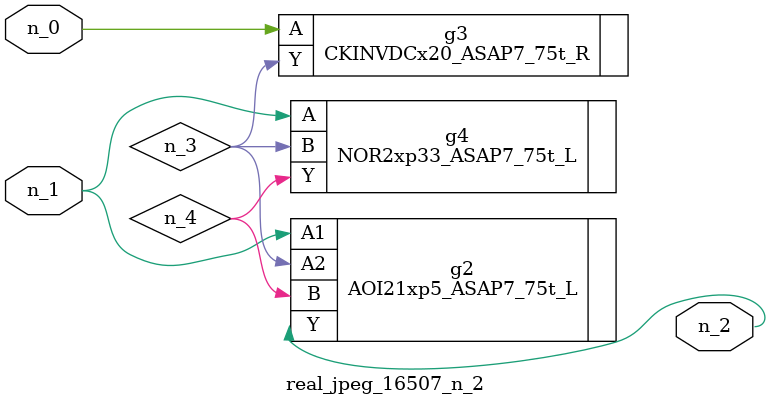
<source format=v>
module real_jpeg_16507_n_2 (n_1, n_0, n_2);

input n_1;
input n_0;

output n_2;

wire n_4;
wire n_3;

CKINVDCx20_ASAP7_75t_R g3 ( 
.A(n_0),
.Y(n_3)
);

AOI21xp5_ASAP7_75t_L g2 ( 
.A1(n_1),
.A2(n_3),
.B(n_4),
.Y(n_2)
);

NOR2xp33_ASAP7_75t_L g4 ( 
.A(n_1),
.B(n_3),
.Y(n_4)
);


endmodule
</source>
